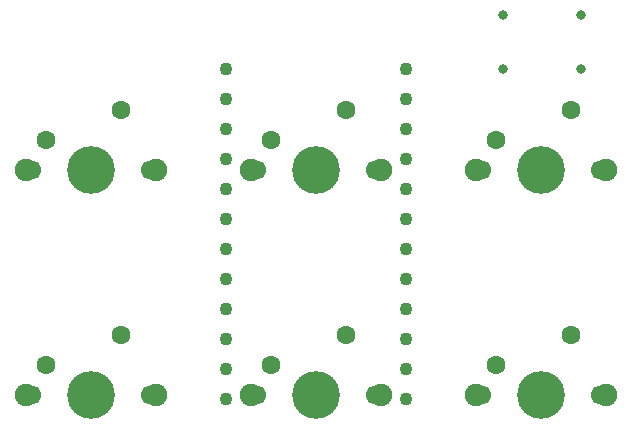
<source format=gbr>
%TF.GenerationSoftware,Altium Limited,Altium Designer,20.1.12 (249)*%
G04 Layer_Color=0*
%FSLAX26Y26*%
%MOIN*%
%TF.SameCoordinates,4EBFCD2D-B14F-4313-BC4F-D652A0771492*%
%TF.FilePolarity,Positive*%
%TF.FileFunction,Plated,1,2,PTH,Drill*%
%TF.Part,Single*%
G01*
G75*
%TA.AperFunction,ComponentDrill*%
%ADD29C,0.159449*%
%ADD30C,0.074803*%
%ADD31C,0.066929*%
%ADD32C,0.062992*%
%ADD33C,0.042992*%
%ADD34C,0.031496*%
D29*
X1089173Y1084842D02*
D03*
X339961Y335630D02*
D03*
X1838386D02*
D03*
X1089173D02*
D03*
X339961Y1084842D02*
D03*
X1838386D02*
D03*
D30*
X1305709D02*
D03*
X872638D02*
D03*
X556496Y335630D02*
D03*
X123425D02*
D03*
X2054921D02*
D03*
X1621850D02*
D03*
X1305709D02*
D03*
X872638D02*
D03*
X556496Y1084842D02*
D03*
X123425D02*
D03*
X2054921D02*
D03*
X1621850D02*
D03*
D31*
X1289173D02*
D03*
X889173D02*
D03*
X539961Y335630D02*
D03*
X139961D02*
D03*
X2038386D02*
D03*
X1638386D02*
D03*
X1289173D02*
D03*
X889173D02*
D03*
X539961Y1084842D02*
D03*
X139961D02*
D03*
X2038386D02*
D03*
X1638386D02*
D03*
D32*
X1189173Y1284842D02*
D03*
X939173Y1184842D02*
D03*
X439961Y535630D02*
D03*
X189961Y435630D02*
D03*
X1938386Y535630D02*
D03*
X1688386Y435630D02*
D03*
X1189173Y535630D02*
D03*
X939173Y435630D02*
D03*
X439961Y1284842D02*
D03*
X189961Y1184842D02*
D03*
X1938386Y1284842D02*
D03*
X1688386Y1184842D02*
D03*
D33*
X1389764Y1220472D02*
D03*
Y420472D02*
D03*
Y820472D02*
D03*
Y320472D02*
D03*
Y620472D02*
D03*
Y520472D02*
D03*
Y1020472D02*
D03*
Y920472D02*
D03*
Y1320472D02*
D03*
Y1120472D02*
D03*
Y1420472D02*
D03*
Y720472D02*
D03*
X789764Y420472D02*
D03*
Y820472D02*
D03*
Y1220472D02*
D03*
Y320472D02*
D03*
Y620472D02*
D03*
Y520472D02*
D03*
Y1020472D02*
D03*
Y920472D02*
D03*
Y1120472D02*
D03*
Y1320472D02*
D03*
Y1420472D02*
D03*
Y720472D02*
D03*
D34*
X1712599Y1421260D02*
D03*
Y1602362D02*
D03*
X1972441Y1421260D02*
D03*
Y1602362D02*
D03*
%TF.MD5,3e8c74bc0c5a33ef05043964d19fbfbf*%
M02*

</source>
